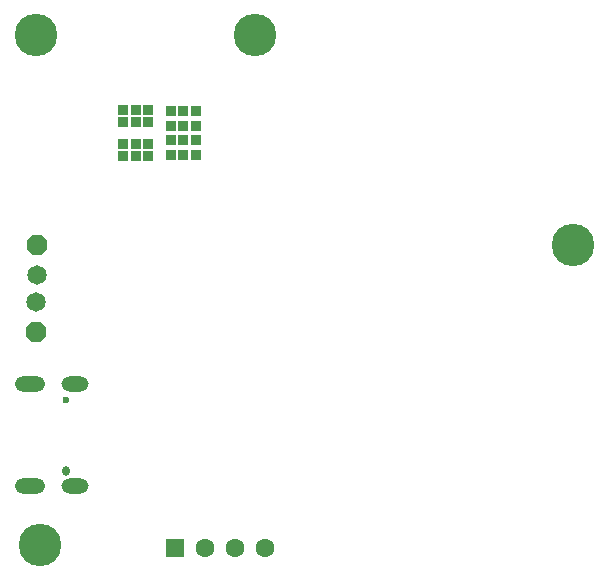
<source format=gbr>
%TF.GenerationSoftware,Altium Limited,Altium Designer,24.1.2 (44)*%
G04 Layer_Color=16711935*
%FSLAX45Y45*%
%MOMM*%
%TF.SameCoordinates,21A1AB76-749C-4ABA-85A5-5522D30AEDF9*%
%TF.FilePolarity,Negative*%
%TF.FileFunction,Soldermask,Bot*%
%TF.Part,Single*%
G01*
G75*
%TA.AperFunction,ViaPad*%
%ADD51C,3.60000*%
%TA.AperFunction,ComponentPad*%
%ADD52C,1.65100*%
G04:AMPARAMS|DCode=53|XSize=1.651mm|YSize=1.651mm|CornerRadius=0mm|HoleSize=0mm|Usage=FLASHONLY|Rotation=90.000|XOffset=0mm|YOffset=0mm|HoleType=Round|Shape=Octagon|*
%AMOCTAGOND53*
4,1,8,0.41275,0.82550,-0.41275,0.82550,-0.82550,0.41275,-0.82550,-0.41275,-0.41275,-0.82550,0.41275,-0.82550,0.82550,-0.41275,0.82550,0.41275,0.41275,0.82550,0.0*
%
%ADD53OCTAGOND53*%

%ADD54R,0.80800X0.80800*%
G04:AMPARAMS|DCode=55|XSize=0.85mm|YSize=0.6mm|CornerRadius=0.3mm|HoleSize=0mm|Usage=FLASHONLY|Rotation=270.000|XOffset=0mm|YOffset=0mm|HoleType=Round|Shape=RoundedRectangle|*
%AMROUNDEDRECTD55*
21,1,0.85000,0.00000,0,0,270.0*
21,1,0.25000,0.60000,0,0,270.0*
1,1,0.60000,0.00000,-0.12500*
1,1,0.60000,0.00000,0.12500*
1,1,0.60000,0.00000,0.12500*
1,1,0.60000,0.00000,-0.12500*
%
%ADD55ROUNDEDRECTD55*%
%ADD56C,0.60000*%
G04:AMPARAMS|DCode=57|XSize=1.3mm|YSize=2.6mm|CornerRadius=0.65mm|HoleSize=0mm|Usage=FLASHONLY|Rotation=270.000|XOffset=0mm|YOffset=0mm|HoleType=Round|Shape=RoundedRectangle|*
%AMROUNDEDRECTD57*
21,1,1.30000,1.30000,0,0,270.0*
21,1,0.00000,2.60000,0,0,270.0*
1,1,1.30000,-0.65000,0.00000*
1,1,1.30000,-0.65000,0.00000*
1,1,1.30000,0.65000,0.00000*
1,1,1.30000,0.65000,0.00000*
%
%ADD57ROUNDEDRECTD57*%
G04:AMPARAMS|DCode=58|XSize=1.3mm|YSize=2.3mm|CornerRadius=0.65mm|HoleSize=0mm|Usage=FLASHONLY|Rotation=270.000|XOffset=0mm|YOffset=0mm|HoleType=Round|Shape=RoundedRectangle|*
%AMROUNDEDRECTD58*
21,1,1.30000,1.00000,0,0,270.0*
21,1,0.00000,2.30000,0,0,270.0*
1,1,1.30000,-0.50000,0.00000*
1,1,1.30000,-0.50000,0.00000*
1,1,1.30000,0.50000,0.00000*
1,1,1.30000,0.50000,0.00000*
%
%ADD58ROUNDEDRECTD58*%
%ADD59C,1.60000*%
%ADD60R,1.60000X1.60000*%
D51*
X2768600Y7099300D02*
D03*
X2806700Y2781300D02*
D03*
X4622800Y7099300D02*
D03*
X7315200Y5321300D02*
D03*
D52*
X2768600Y4838700D02*
D03*
X2781300Y5067300D02*
D03*
D53*
X2768600Y4584700D02*
D03*
X2781300Y5321300D02*
D03*
D54*
X3504500Y6072700D02*
D03*
X3612799D02*
D03*
X3721100Y6072700D02*
D03*
X3504500Y6362700D02*
D03*
X3612800Y6362700D02*
D03*
X3721100Y6362700D02*
D03*
Y6177700D02*
D03*
X3504500Y6177700D02*
D03*
X3721100Y6467700D02*
D03*
X3504499Y6467700D02*
D03*
X3612799Y6177700D02*
D03*
X3612800Y6467700D02*
D03*
X3909500Y6084575D02*
D03*
Y6208325D02*
D03*
X3909499Y6332075D02*
D03*
Y6455825D02*
D03*
X4017800Y6084575D02*
D03*
Y6208325D02*
D03*
Y6332075D02*
D03*
Y6455825D02*
D03*
X4126100Y6084574D02*
D03*
Y6208325D02*
D03*
X4126100Y6332075D02*
D03*
Y6455825D02*
D03*
D55*
X3027100Y3408400D02*
D03*
D56*
Y4008400D02*
D03*
D57*
X2717100Y3276400D02*
D03*
Y4140400D02*
D03*
D58*
X3099600Y3276400D02*
D03*
Y4140400D02*
D03*
D59*
X4711700Y2755900D02*
D03*
X4457700D02*
D03*
X4203700D02*
D03*
D60*
X3949700D02*
D03*
%TF.MD5,b8d8176563b49bea93dac4918d5da403*%
M02*

</source>
